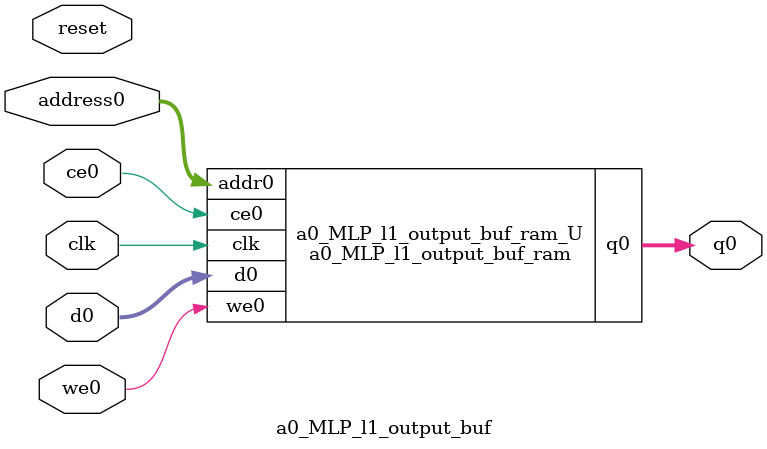
<source format=v>
`timescale 1 ns / 1 ps
module a0_MLP_l1_output_buf_ram (addr0, ce0, d0, we0, q0,  clk);

parameter DWIDTH = 5;
parameter AWIDTH = 7;
parameter MEM_SIZE = 100;

input[AWIDTH-1:0] addr0;
input ce0;
input[DWIDTH-1:0] d0;
input we0;
output reg[DWIDTH-1:0] q0;
input clk;

(* ram_style = "distributed" *)reg [DWIDTH-1:0] ram[0:MEM_SIZE-1];




always @(posedge clk)  
begin 
    if (ce0) 
    begin
        if (we0) 
        begin 
            ram[addr0] <= d0; 
        end 
        q0 <= ram[addr0];
    end
end


endmodule

`timescale 1 ns / 1 ps
module a0_MLP_l1_output_buf(
    reset,
    clk,
    address0,
    ce0,
    we0,
    d0,
    q0);

parameter DataWidth = 32'd5;
parameter AddressRange = 32'd100;
parameter AddressWidth = 32'd7;
input reset;
input clk;
input[AddressWidth - 1:0] address0;
input ce0;
input we0;
input[DataWidth - 1:0] d0;
output[DataWidth - 1:0] q0;



a0_MLP_l1_output_buf_ram a0_MLP_l1_output_buf_ram_U(
    .clk( clk ),
    .addr0( address0 ),
    .ce0( ce0 ),
    .we0( we0 ),
    .d0( d0 ),
    .q0( q0 ));

endmodule


</source>
